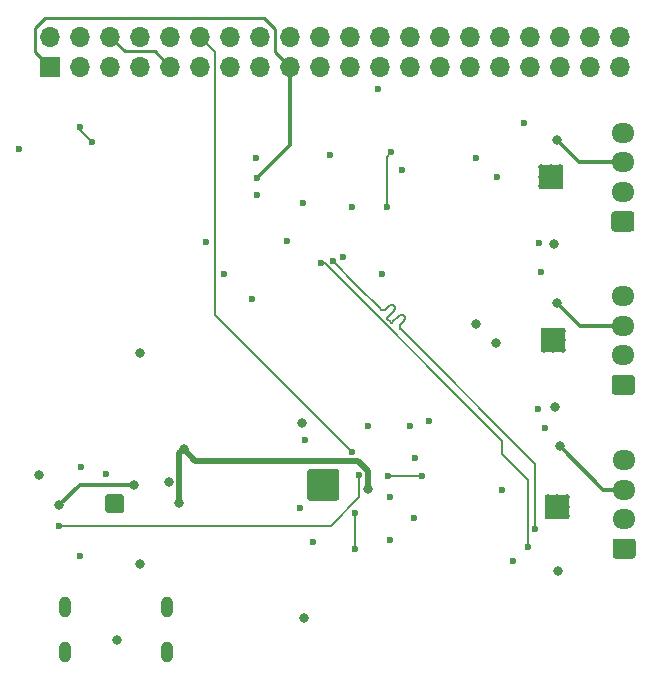
<source format=gbr>
G04 #@! TF.GenerationSoftware,KiCad,Pcbnew,(5.1.6)-1*
G04 #@! TF.CreationDate,2020-07-19T12:45:40+03:00*
G04 #@! TF.ProjectId,AstroPiMicro,41737472-6f50-4694-9d69-63726f2e6b69,1.0.8*
G04 #@! TF.SameCoordinates,Original*
G04 #@! TF.FileFunction,Copper,L4,Bot*
G04 #@! TF.FilePolarity,Positive*
%FSLAX46Y46*%
G04 Gerber Fmt 4.6, Leading zero omitted, Abs format (unit mm)*
G04 Created by KiCad (PCBNEW (5.1.6)-1) date 2020-07-19 12:45:40*
%MOMM*%
%LPD*%
G01*
G04 APERTURE LIST*
G04 #@! TA.AperFunction,Conductor*
%ADD10R,2.100000X2.100000*%
G04 #@! TD*
G04 #@! TA.AperFunction,ViaPad*
%ADD11C,0.500000*%
G04 #@! TD*
G04 #@! TA.AperFunction,ComponentPad*
%ADD12O,1.000000X1.800000*%
G04 #@! TD*
G04 #@! TA.AperFunction,ComponentPad*
%ADD13O,1.950000X1.700000*%
G04 #@! TD*
G04 #@! TA.AperFunction,ComponentPad*
%ADD14O,1.700000X1.700000*%
G04 #@! TD*
G04 #@! TA.AperFunction,ComponentPad*
%ADD15R,1.700000X1.700000*%
G04 #@! TD*
G04 #@! TA.AperFunction,ViaPad*
%ADD16C,0.800000*%
G04 #@! TD*
G04 #@! TA.AperFunction,ViaPad*
%ADD17C,0.600000*%
G04 #@! TD*
G04 #@! TA.AperFunction,Conductor*
%ADD18C,0.250000*%
G04 #@! TD*
G04 #@! TA.AperFunction,Conductor*
%ADD19C,0.350000*%
G04 #@! TD*
G04 #@! TA.AperFunction,Conductor*
%ADD20C,0.500000*%
G04 #@! TD*
G04 #@! TA.AperFunction,Conductor*
%ADD21C,0.152400*%
G04 #@! TD*
G04 #@! TA.AperFunction,Conductor*
%ADD22C,0.200000*%
G04 #@! TD*
G04 APERTURE END LIST*
D10*
X100800000Y-63100000D03*
D11*
X100000000Y-62300000D03*
X100800000Y-62300000D03*
X101600000Y-62300000D03*
X100000000Y-63100000D03*
X100800000Y-63100000D03*
X101600000Y-63100000D03*
X100000000Y-63900000D03*
X100800000Y-63900000D03*
X101600000Y-63900000D03*
D10*
X101350000Y-91050000D03*
D11*
X100550000Y-90250000D03*
X101350000Y-90250000D03*
X102150000Y-90250000D03*
X100550000Y-91050000D03*
X101350000Y-91050000D03*
X102150000Y-91050000D03*
X100550000Y-91850000D03*
X101350000Y-91850000D03*
X102150000Y-91850000D03*
D10*
X101025000Y-76950000D03*
D11*
X100225000Y-76150000D03*
X101025000Y-76150000D03*
X101825000Y-76150000D03*
X100225000Y-76950000D03*
X101025000Y-76950000D03*
X101825000Y-76950000D03*
X100225000Y-77750000D03*
X101025000Y-77750000D03*
X101825000Y-77750000D03*
D12*
X68287500Y-103368000D03*
X59647500Y-99568000D03*
X59647500Y-103368000D03*
X68287500Y-99568000D03*
G04 #@! TA.AperFunction,Conductor*
G36*
G01*
X64681000Y-90251000D02*
X64681000Y-91351000D01*
G75*
G02*
X64431000Y-91601000I-250000J0D01*
G01*
X63331000Y-91601000D01*
G75*
G02*
X63081000Y-91351000I0J250000D01*
G01*
X63081000Y-90251000D01*
G75*
G02*
X63331000Y-90001000I250000J0D01*
G01*
X64431000Y-90001000D01*
G75*
G02*
X64681000Y-90251000I0J-250000D01*
G01*
G37*
G04 #@! TD.AperFunction*
D11*
X63331000Y-90251000D03*
X64431000Y-90251000D03*
X63331000Y-91351000D03*
X64431000Y-91351000D03*
D13*
X107000000Y-87100000D03*
X107000000Y-89600000D03*
X107000000Y-92100000D03*
G04 #@! TA.AperFunction,ComponentPad*
G36*
G01*
X107725000Y-95450000D02*
X106275000Y-95450000D01*
G75*
G02*
X106025000Y-95200000I0J250000D01*
G01*
X106025000Y-94000000D01*
G75*
G02*
X106275000Y-93750000I250000J0D01*
G01*
X107725000Y-93750000D01*
G75*
G02*
X107975000Y-94000000I0J-250000D01*
G01*
X107975000Y-95200000D01*
G75*
G02*
X107725000Y-95450000I-250000J0D01*
G01*
G37*
G04 #@! TD.AperFunction*
X106900000Y-59400000D03*
X106900000Y-61900000D03*
X106900000Y-64400000D03*
G04 #@! TA.AperFunction,ComponentPad*
G36*
G01*
X107625000Y-67750000D02*
X106175000Y-67750000D01*
G75*
G02*
X105925000Y-67500000I0J250000D01*
G01*
X105925000Y-66300000D01*
G75*
G02*
X106175000Y-66050000I250000J0D01*
G01*
X107625000Y-66050000D01*
G75*
G02*
X107875000Y-66300000I0J-250000D01*
G01*
X107875000Y-67500000D01*
G75*
G02*
X107625000Y-67750000I-250000J0D01*
G01*
G37*
G04 #@! TD.AperFunction*
X106934000Y-73237000D03*
X106934000Y-75737000D03*
X106934000Y-78237000D03*
G04 #@! TA.AperFunction,ComponentPad*
G36*
G01*
X107659000Y-81587000D02*
X106209000Y-81587000D01*
G75*
G02*
X105959000Y-81337000I0J250000D01*
G01*
X105959000Y-80137000D01*
G75*
G02*
X106209000Y-79887000I250000J0D01*
G01*
X107659000Y-79887000D01*
G75*
G02*
X107909000Y-80137000I0J-250000D01*
G01*
X107909000Y-81337000D01*
G75*
G02*
X107659000Y-81587000I-250000J0D01*
G01*
G37*
G04 #@! TD.AperFunction*
G04 #@! TA.AperFunction,Conductor*
G36*
G01*
X80195500Y-90286900D02*
X80195500Y-88089100D01*
G75*
G02*
X80446600Y-87838000I251100J0D01*
G01*
X82644400Y-87838000D01*
G75*
G02*
X82895500Y-88089100I0J-251100D01*
G01*
X82895500Y-90286900D01*
G75*
G02*
X82644400Y-90538000I-251100J0D01*
G01*
X80446600Y-90538000D01*
G75*
G02*
X80195500Y-90286900I0J251100D01*
G01*
G37*
G04 #@! TD.AperFunction*
D11*
X82645500Y-90288000D03*
X81545500Y-90288000D03*
X80445500Y-90288000D03*
X82645500Y-89188000D03*
X81545500Y-89188000D03*
X80445500Y-89188000D03*
X82645500Y-88088000D03*
X81545500Y-88088000D03*
X80445500Y-88088000D03*
D14*
X106660000Y-51260000D03*
X106660000Y-53800000D03*
X104120000Y-51260000D03*
X104120000Y-53800000D03*
X101580000Y-51260000D03*
X101580000Y-53800000D03*
X99040000Y-51260000D03*
X99040000Y-53800000D03*
X96500000Y-51260000D03*
X96500000Y-53800000D03*
X93960000Y-51260000D03*
X93960000Y-53800000D03*
X91420000Y-51260000D03*
X91420000Y-53800000D03*
X88880000Y-51260000D03*
X88880000Y-53800000D03*
X86340000Y-51260000D03*
X86340000Y-53800000D03*
X83800000Y-51260000D03*
X83800000Y-53800000D03*
X81260000Y-51260000D03*
X81260000Y-53800000D03*
X78720000Y-51260000D03*
X78720000Y-53800000D03*
X76180000Y-51260000D03*
X76180000Y-53800000D03*
X73640000Y-51260000D03*
X73640000Y-53800000D03*
X71100000Y-51260000D03*
X71100000Y-53800000D03*
X68560000Y-51260000D03*
X68560000Y-53800000D03*
X66020000Y-51260000D03*
X66020000Y-53800000D03*
X63480000Y-51260000D03*
X63480000Y-53800000D03*
X60940000Y-51260000D03*
X60940000Y-53800000D03*
X58400000Y-51260000D03*
D15*
X58400000Y-53800000D03*
D16*
X65999500Y-95885000D03*
X64031000Y-102298500D03*
D17*
X63142000Y-88265000D03*
X60919500Y-95250000D03*
X60983000Y-87693500D03*
X55800000Y-60800000D03*
D16*
X57500000Y-88400000D03*
X79900000Y-100500000D03*
X66000000Y-78000000D03*
X68500000Y-89000000D03*
X79700000Y-83950000D03*
D17*
X89250000Y-92000000D03*
X87150000Y-93850000D03*
X87150000Y-90200000D03*
X89300000Y-86900000D03*
X79600000Y-91200000D03*
X80650000Y-94050000D03*
D16*
X96200000Y-77150000D03*
D17*
X99800000Y-68700000D03*
X96250000Y-63100000D03*
X99950000Y-71150000D03*
X99700000Y-82750000D03*
X100300000Y-84400000D03*
X97600000Y-95650000D03*
X88200000Y-62500000D03*
X83950000Y-65676210D03*
X83200000Y-69950000D03*
X78465373Y-68523790D03*
X75950000Y-64650000D03*
X71600000Y-68600000D03*
X75850000Y-61550000D03*
X79850000Y-65300000D03*
X82100000Y-61300000D03*
X73150000Y-71350000D03*
X75500000Y-73500000D03*
X86500000Y-71350000D03*
X98500000Y-58600000D03*
X86150000Y-55650000D03*
X75950000Y-63200000D03*
D16*
X69350000Y-90750000D03*
X69700000Y-86170490D03*
X85326210Y-89550000D03*
D17*
X85300000Y-84200000D03*
X90500000Y-83800000D03*
X88900000Y-84200000D03*
X80005689Y-85420480D03*
D16*
X94450000Y-75550000D03*
X101150000Y-82650000D03*
X101400000Y-96500000D03*
X101100000Y-68800000D03*
D17*
X94450000Y-61550000D03*
X96650000Y-89650000D03*
X83963448Y-86399990D03*
X61950000Y-60150000D03*
X60940000Y-58935000D03*
X84212500Y-91601000D03*
X84212493Y-94648993D03*
X89927500Y-88426000D03*
X87006500Y-88426000D03*
X59150000Y-92650000D03*
X84550000Y-88350000D03*
D16*
X59200000Y-90900000D03*
X65500000Y-89200000D03*
X101350000Y-73800000D03*
X101291340Y-60023129D03*
X101600000Y-85950000D03*
D17*
X87300000Y-61050000D03*
X86950000Y-65650000D03*
X99476210Y-92900000D03*
X82351294Y-70286410D03*
X81350000Y-70450000D03*
X98900000Y-94450000D03*
D18*
X67268000Y-52508000D02*
X68560000Y-53800000D01*
X63480000Y-51260000D02*
X64728000Y-52508000D01*
X64728000Y-52508000D02*
X67268000Y-52508000D01*
X77450000Y-52530000D02*
X78720000Y-53800000D01*
X77450000Y-50600000D02*
X77450000Y-52530000D01*
X57150000Y-52550000D02*
X57150000Y-50500000D01*
X58400000Y-53800000D02*
X57150000Y-52550000D01*
X57150000Y-50500000D02*
X58000000Y-49650000D01*
X58000000Y-49650000D02*
X76500000Y-49650000D01*
X76500000Y-49650000D02*
X77450000Y-50600000D01*
D19*
X78720000Y-53800000D02*
X78720000Y-60430000D01*
X78720000Y-60430000D02*
X75950000Y-63200000D01*
D20*
X69350000Y-90750000D02*
X69350000Y-86520490D01*
X69350000Y-86520490D02*
X69700000Y-86170490D01*
X84460004Y-87150000D02*
X85326210Y-88016206D01*
X85326210Y-88016206D02*
X85326210Y-89550000D01*
X69700000Y-86170490D02*
X70679510Y-87150000D01*
X70679510Y-87150000D02*
X84460004Y-87150000D01*
D21*
X71100000Y-51260000D02*
X72350000Y-52510000D01*
X72350000Y-52510000D02*
X72350000Y-74786542D01*
X72350000Y-74786542D02*
X83963448Y-86399990D01*
X61950000Y-60150000D02*
X60940000Y-59140000D01*
X60940000Y-59140000D02*
X60940000Y-58935000D01*
X84212500Y-91601000D02*
X84212500Y-94648986D01*
X84212500Y-94648986D02*
X84212493Y-94648993D01*
X89927500Y-88426000D02*
X87006500Y-88426000D01*
X59150000Y-92650000D02*
X82150000Y-92650000D01*
X84550000Y-90250000D02*
X84550000Y-88350000D01*
X82150000Y-92650000D02*
X84550000Y-90250000D01*
D19*
X59200000Y-90900000D02*
X60900000Y-89200000D01*
X60900000Y-89200000D02*
X65500000Y-89200000D01*
X106934000Y-75737000D02*
X103287000Y-75737000D01*
X103287000Y-75737000D02*
X101350000Y-73800000D01*
X103168211Y-61900000D02*
X101291340Y-60023129D01*
X106900000Y-61900000D02*
X103168211Y-61900000D01*
D22*
X106900000Y-64400000D02*
X107300000Y-64400000D01*
X107000000Y-89600000D02*
X106400000Y-89000000D01*
D19*
X107000000Y-89600000D02*
X105250000Y-89600000D01*
X105250000Y-89600000D02*
X101600000Y-85950000D01*
D21*
X87300000Y-61050000D02*
X86950000Y-61400000D01*
X86950000Y-61400000D02*
X86950000Y-65650000D01*
X84409818Y-72344934D02*
X82351294Y-70286410D01*
X86385380Y-74320497D02*
X84409818Y-72344934D01*
X86498428Y-74391530D02*
X86437902Y-74362382D01*
X86563922Y-74406479D02*
X86498428Y-74391530D01*
X86631101Y-74406479D02*
X86563922Y-74406479D01*
X86696595Y-74391530D02*
X86631101Y-74406479D01*
X86757121Y-74362382D02*
X86696595Y-74391530D01*
X86809644Y-74320497D02*
X86757121Y-74362382D01*
X87092487Y-74037655D02*
X86809644Y-74320497D01*
X87145010Y-73995769D02*
X87092487Y-74037655D01*
X87205536Y-73966622D02*
X87145010Y-73995769D01*
X87403703Y-73966622D02*
X87338209Y-73951673D01*
X87464229Y-73995769D02*
X87403703Y-73966622D01*
X87516752Y-74037655D02*
X87464229Y-73995769D01*
X87558637Y-74090177D02*
X87516752Y-74037655D01*
X87587785Y-74150703D02*
X87558637Y-74090177D01*
X88054068Y-74815153D02*
X87993542Y-74844300D01*
X86437902Y-74362382D02*
X86385380Y-74320497D01*
X88119562Y-74800204D02*
X88054068Y-74815153D01*
X88186741Y-74800204D02*
X88119562Y-74800204D01*
X86951069Y-75027606D02*
X87021778Y-74956894D01*
X88365284Y-74886186D02*
X88312761Y-74844300D01*
X87338209Y-73951673D02*
X87271030Y-73951673D01*
X88407169Y-74938708D02*
X88365284Y-74886186D01*
X87602734Y-74216197D02*
X87587785Y-74150703D01*
X88312761Y-74844300D02*
X88252235Y-74815153D01*
X87293427Y-75480532D02*
X87271594Y-75475548D01*
X88451266Y-75064728D02*
X88436317Y-74999234D01*
X88451266Y-75131907D02*
X88451266Y-75064728D01*
X88040556Y-75965035D02*
X88011409Y-75904509D01*
X88436317Y-75197401D02*
X88451266Y-75131907D01*
X87587785Y-74348870D02*
X87602734Y-74283376D01*
X88252235Y-74815153D02*
X88186741Y-74800204D01*
X88082442Y-76017558D02*
X88040556Y-75965035D01*
X87602734Y-74283376D02*
X87602734Y-74216197D01*
X88040556Y-75645816D02*
X88082442Y-75593293D01*
X87375334Y-75451871D02*
X87357826Y-75465833D01*
X87558637Y-74409396D02*
X87587785Y-74348870D01*
X88365284Y-75310450D02*
X88407169Y-75257927D01*
X99476210Y-87411326D02*
X88082442Y-76017558D01*
X99476210Y-92900000D02*
X99476210Y-87411326D01*
X87996460Y-75771836D02*
X88011409Y-75706342D01*
X87271030Y-73951673D02*
X87205536Y-73966622D01*
X88011409Y-75904509D02*
X87996460Y-75839015D01*
X87996460Y-75839015D02*
X87996460Y-75771836D01*
X86922408Y-75087121D02*
X86927390Y-75065288D01*
X88011409Y-75706342D02*
X88040556Y-75645816D01*
X86927390Y-75131344D02*
X86922407Y-75109513D01*
X86922407Y-75109513D02*
X86922408Y-75087121D01*
X88082442Y-75593293D02*
X88365284Y-75310450D01*
X87357826Y-75465833D02*
X87337650Y-75475548D01*
X88407169Y-75257927D02*
X88436317Y-75197401D01*
X87516752Y-74461919D02*
X87558637Y-74409396D01*
X87993542Y-74844300D02*
X87941019Y-74886186D01*
X87941019Y-74886186D02*
X87375334Y-75451871D01*
X87337650Y-75475548D02*
X87315819Y-75480531D01*
X87315819Y-75480531D02*
X87293427Y-75480532D01*
X87271594Y-75475548D02*
X87251420Y-75465833D01*
X87251420Y-75465833D02*
X87233912Y-75451871D01*
X87233912Y-75451871D02*
X86951069Y-75169028D01*
X86951069Y-75169028D02*
X86937107Y-75151520D01*
X88436317Y-74999234D02*
X88407169Y-74938708D01*
X86937107Y-75151520D02*
X86927390Y-75131344D01*
X86927390Y-75065288D02*
X86937107Y-75045114D01*
X86937107Y-75045114D02*
X86951069Y-75027606D01*
X87021778Y-74956894D02*
X87516752Y-74461919D01*
X81700000Y-70450000D02*
X81350000Y-70450000D01*
X98900000Y-94450000D02*
X98900000Y-88776720D01*
X96700000Y-85450000D02*
X81700000Y-70450000D01*
X96700000Y-86576720D02*
X96700000Y-85450000D01*
X98900000Y-88776720D02*
X96700000Y-86576720D01*
M02*

</source>
